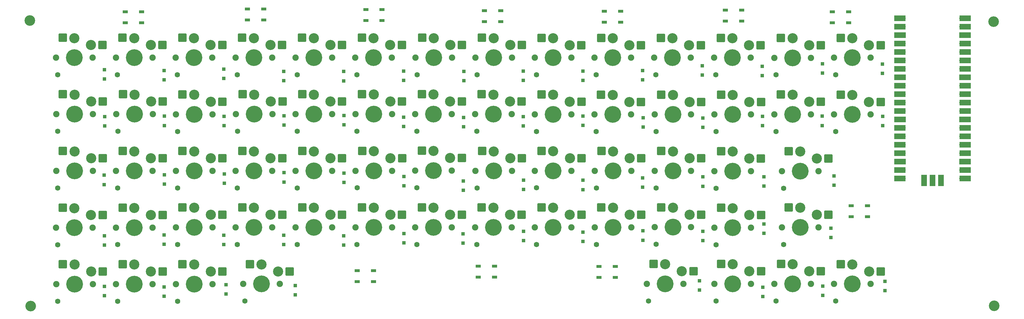
<source format=gbr>
%TF.GenerationSoftware,KiCad,Pcbnew,9.0.6*%
%TF.CreationDate,2025-12-29T14:25:08-05:00*%
%TF.ProjectId,keyboardepi pico,6b657962-6f61-4726-9465-706920706963,rev?*%
%TF.SameCoordinates,Original*%
%TF.FileFunction,Soldermask,Bot*%
%TF.FilePolarity,Negative*%
%FSLAX46Y46*%
G04 Gerber Fmt 4.6, Leading zero omitted, Abs format (unit mm)*
G04 Created by KiCad (PCBNEW 9.0.6) date 2025-12-29 14:25:08*
%MOMM*%
%LPD*%
G01*
G04 APERTURE LIST*
G04 Aperture macros list*
%AMRoundRect*
0 Rectangle with rounded corners*
0 $1 Rounding radius*
0 $2 $3 $4 $5 $6 $7 $8 $9 X,Y pos of 4 corners*
0 Add a 4 corners polygon primitive as box body*
4,1,4,$2,$3,$4,$5,$6,$7,$8,$9,$2,$3,0*
0 Add four circle primitives for the rounded corners*
1,1,$1+$1,$2,$3*
1,1,$1+$1,$4,$5*
1,1,$1+$1,$6,$7*
1,1,$1+$1,$8,$9*
0 Add four rect primitives between the rounded corners*
20,1,$1+$1,$2,$3,$4,$5,0*
20,1,$1+$1,$4,$5,$6,$7,0*
20,1,$1+$1,$6,$7,$8,$9,0*
20,1,$1+$1,$8,$9,$2,$3,0*%
G04 Aperture macros list end*
%ADD10C,1.900000*%
%ADD11C,1.600000*%
%ADD12C,3.050000*%
%ADD13C,5.050000*%
%ADD14RoundRect,0.250000X-1.025000X-1.000000X1.025000X-1.000000X1.025000X1.000000X-1.025000X1.000000X0*%
%ADD15RoundRect,0.250000X0.300000X-0.300000X0.300000X0.300000X-0.300000X0.300000X-0.300000X-0.300000X0*%
%ADD16C,3.200000*%
%ADD17RoundRect,0.090000X0.660000X0.360000X-0.660000X0.360000X-0.660000X-0.360000X0.660000X-0.360000X0*%
%ADD18O,1.700000X1.700000*%
%ADD19R,3.500000X1.700000*%
%ADD20R,1.700000X1.700000*%
%ADD21R,1.700000X3.500000*%
G04 APERTURE END LIST*
D10*
%TO.C,S41*%
X177000000Y-60000000D03*
D11*
X177500000Y-65150000D03*
D12*
X182500000Y-54100000D03*
D13*
X182500000Y-60000000D03*
D12*
X187500000Y-56200000D03*
D10*
X188000000Y-60000000D03*
D14*
X179000000Y-54000000D03*
X191000000Y-56200000D03*
%TD*%
D15*
%TO.C,D15*%
X263499600Y-30584600D03*
X263499600Y-27784600D03*
%TD*%
%TO.C,D31*%
X29413200Y-64087200D03*
X29413200Y-61287200D03*
%TD*%
%TO.C,D68*%
X208457800Y-95888000D03*
X208457800Y-93088000D03*
%TD*%
D10*
%TO.C,S24*%
X141000000Y-42900000D03*
D11*
X141500000Y-48050000D03*
D12*
X146500000Y-37000000D03*
D13*
X146500000Y-42900000D03*
D12*
X151500000Y-39100000D03*
D10*
X152000000Y-42900000D03*
D14*
X143000000Y-36900000D03*
X155000000Y-39100000D03*
%TD*%
D10*
%TO.C,S4*%
X68949000Y-25890000D03*
D11*
X69449000Y-31040000D03*
D12*
X74449000Y-19990000D03*
D13*
X74449000Y-25890000D03*
D12*
X79449000Y-22090000D03*
D10*
X79949000Y-25890000D03*
D14*
X70949000Y-19890000D03*
X82949000Y-22090000D03*
%TD*%
D10*
%TO.C,S15*%
X249000000Y-25900000D03*
D11*
X249500000Y-31050000D03*
D12*
X254500000Y-20000000D03*
D13*
X254500000Y-25900000D03*
D12*
X259500000Y-22100000D03*
D10*
X260000000Y-25900000D03*
D14*
X251000000Y-19900000D03*
X263000000Y-22100000D03*
%TD*%
D10*
%TO.C,S10*%
X176910000Y-25900000D03*
D11*
X177410000Y-31050000D03*
D12*
X182410000Y-20000000D03*
D13*
X182410000Y-25900000D03*
D12*
X187410000Y-22100000D03*
D10*
X187910000Y-25900000D03*
D14*
X178910000Y-19900000D03*
X190910000Y-22100000D03*
%TD*%
D15*
%TO.C,D12*%
X227406200Y-31245000D03*
X227406200Y-28445000D03*
%TD*%
D10*
%TO.C,S52*%
X105000000Y-77000000D03*
D11*
X105500000Y-82150000D03*
D12*
X110500000Y-71100000D03*
D13*
X110500000Y-77000000D03*
D12*
X115500000Y-73200000D03*
D10*
X116000000Y-77000000D03*
D14*
X107000000Y-71000000D03*
X119000000Y-73200000D03*
%TD*%
D15*
%TO.C,D7*%
X137591800Y-32769000D03*
X137591800Y-29969000D03*
%TD*%
D10*
%TO.C,S31*%
X15000000Y-60000000D03*
D11*
X15500000Y-65150000D03*
D12*
X20500000Y-54100000D03*
D13*
X20500000Y-60000000D03*
D12*
X25500000Y-56200000D03*
D10*
X26000000Y-60000000D03*
D14*
X17000000Y-54000000D03*
X29000000Y-56200000D03*
%TD*%
D15*
%TO.C,D37*%
X119557800Y-64493600D03*
X119557800Y-61693600D03*
%TD*%
D10*
%TO.C,S5*%
X86979000Y-25890000D03*
D11*
X87479000Y-31040000D03*
D12*
X92479000Y-19990000D03*
D13*
X92479000Y-25890000D03*
D12*
X97479000Y-22090000D03*
D10*
X97979000Y-25890000D03*
D14*
X88979000Y-19890000D03*
X100979000Y-22090000D03*
%TD*%
D10*
%TO.C,S58*%
X213000000Y-77100000D03*
D11*
X213500000Y-82250000D03*
D12*
X218500000Y-71200000D03*
D13*
X218500000Y-77100000D03*
D12*
X223500000Y-73300000D03*
D10*
X224000000Y-77100000D03*
D14*
X215000000Y-71100000D03*
X227000000Y-73300000D03*
%TD*%
D15*
%TO.C,D2*%
X47421800Y-32515000D03*
X47421800Y-29715000D03*
%TD*%
%TO.C,D5*%
X101498400Y-32845200D03*
X101498400Y-30045200D03*
%TD*%
D10*
%TO.C,S56*%
X176990000Y-77000000D03*
D11*
X177490000Y-82150000D03*
D12*
X182490000Y-71100000D03*
D13*
X182490000Y-77000000D03*
D12*
X187490000Y-73200000D03*
D10*
X187990000Y-77000000D03*
D14*
X178990000Y-71000000D03*
X190990000Y-73200000D03*
%TD*%
D15*
%TO.C,D63*%
X66116200Y-97031000D03*
X66116200Y-94231000D03*
%TD*%
D10*
%TO.C,S73*%
X213000000Y-94000000D03*
D11*
X213500000Y-99150000D03*
D12*
X218500000Y-88100000D03*
D13*
X218500000Y-94000000D03*
D12*
X223500000Y-90200000D03*
D10*
X224000000Y-94000000D03*
D14*
X215000000Y-88000000D03*
X227000000Y-90200000D03*
%TD*%
D10*
%TO.C,S22*%
X105000000Y-42850000D03*
D11*
X105500000Y-48000000D03*
D12*
X110500000Y-36950000D03*
D13*
X110500000Y-42850000D03*
D12*
X115500000Y-39050000D03*
D10*
X116000000Y-42850000D03*
D14*
X107000000Y-36850000D03*
X119000000Y-39050000D03*
%TD*%
D10*
%TO.C,S45*%
X233300000Y-60050000D03*
D11*
X233800000Y-65200000D03*
D12*
X238800000Y-54150000D03*
D13*
X238800000Y-60050000D03*
D12*
X243800000Y-56250000D03*
D10*
X244300000Y-60050000D03*
D14*
X235300000Y-54050000D03*
X247300000Y-56250000D03*
%TD*%
D10*
%TO.C,S75*%
X249010000Y-94050000D03*
D11*
X249510000Y-99200000D03*
D12*
X254510000Y-88150000D03*
D13*
X254510000Y-94050000D03*
D12*
X259510000Y-90250000D03*
D10*
X260010000Y-94050000D03*
D14*
X251010000Y-88050000D03*
X263010000Y-90250000D03*
%TD*%
D15*
%TO.C,D39*%
X155575000Y-65560400D03*
X155575000Y-62760400D03*
%TD*%
D10*
%TO.C,S34*%
X51000000Y-60000000D03*
D11*
X51500000Y-65150000D03*
D12*
X56500000Y-54100000D03*
D13*
X56500000Y-60000000D03*
D12*
X61500000Y-56200000D03*
D10*
X62000000Y-60000000D03*
D14*
X53000000Y-54000000D03*
X65000000Y-56200000D03*
%TD*%
D15*
%TO.C,D22*%
X119507000Y-46586600D03*
X119507000Y-43786600D03*
%TD*%
D10*
%TO.C,S42*%
X195000000Y-60000000D03*
D11*
X195500000Y-65150000D03*
D12*
X200500000Y-54100000D03*
D13*
X200500000Y-60000000D03*
D12*
X205500000Y-56200000D03*
D10*
X206000000Y-60000000D03*
D14*
X197000000Y-54000000D03*
X209000000Y-56200000D03*
%TD*%
D10*
%TO.C,S20*%
X69080000Y-42900000D03*
D11*
X69580000Y-48050000D03*
D12*
X74580000Y-37000000D03*
D13*
X74580000Y-42900000D03*
D12*
X79580000Y-39100000D03*
D10*
X80080000Y-42900000D03*
D14*
X71080000Y-36900000D03*
X83080000Y-39100000D03*
%TD*%
D15*
%TO.C,D75*%
X264287000Y-96065800D03*
X264287000Y-93265800D03*
%TD*%
%TO.C,D21*%
X101549200Y-46104000D03*
X101549200Y-43304000D03*
%TD*%
D16*
%TO.C,REF\u002A\u002A*%
X7035800Y-14706600D03*
%TD*%
D10*
%TO.C,S11*%
X194900000Y-25900000D03*
D11*
X195400000Y-31050000D03*
D12*
X200400000Y-20000000D03*
D13*
X200400000Y-25900000D03*
D12*
X205400000Y-22100000D03*
D10*
X205900000Y-25900000D03*
D14*
X196900000Y-19900000D03*
X208900000Y-22100000D03*
%TD*%
D15*
%TO.C,D24*%
X155473400Y-46437200D03*
X155473400Y-43637200D03*
%TD*%
%TO.C,D43*%
X227863400Y-64547400D03*
X227863400Y-61747400D03*
%TD*%
D10*
%TO.C,S62*%
X33000000Y-94100000D03*
D11*
X33500000Y-99250000D03*
D12*
X38500000Y-88200000D03*
D13*
X38500000Y-94100000D03*
D12*
X43500000Y-90300000D03*
D10*
X44000000Y-94100000D03*
D14*
X35000000Y-88100000D03*
X47000000Y-90300000D03*
%TD*%
D15*
%TO.C,D45*%
X248996200Y-64265000D03*
X248996200Y-61465000D03*
%TD*%
D10*
%TO.C,S53*%
X123000000Y-77000000D03*
D11*
X123500000Y-82150000D03*
D12*
X128500000Y-71100000D03*
D13*
X128500000Y-77000000D03*
D12*
X133500000Y-73200000D03*
D10*
X134000000Y-77000000D03*
D14*
X125000000Y-71000000D03*
X137000000Y-73200000D03*
%TD*%
D16*
%TO.C,REF\u002A\u002A*%
X296976800Y-14986000D03*
%TD*%
D15*
%TO.C,D11*%
X209346800Y-31095600D03*
X209346800Y-28295600D03*
%TD*%
%TO.C,D41*%
X191414400Y-64925400D03*
X191414400Y-62125400D03*
%TD*%
D10*
%TO.C,S46*%
X14980000Y-77100000D03*
D11*
X15480000Y-82250000D03*
D12*
X20480000Y-71200000D03*
D13*
X20480000Y-77100000D03*
D12*
X25480000Y-73300000D03*
D10*
X25980000Y-77100000D03*
D14*
X16980000Y-71100000D03*
X28980000Y-73300000D03*
%TD*%
D16*
%TO.C,REF\u002A\u002A*%
X7366000Y-100711000D03*
%TD*%
D10*
%TO.C,S50*%
X69000000Y-77000000D03*
D11*
X69500000Y-82150000D03*
D12*
X74500000Y-71100000D03*
D13*
X74500000Y-77000000D03*
D12*
X79500000Y-73200000D03*
D10*
X80000000Y-77000000D03*
D14*
X71000000Y-71000000D03*
X83000000Y-73200000D03*
%TD*%
D10*
%TO.C,S49*%
X51000000Y-77000000D03*
D11*
X51500000Y-82150000D03*
D12*
X56500000Y-71100000D03*
D13*
X56500000Y-77000000D03*
D12*
X61500000Y-73200000D03*
D10*
X62000000Y-77000000D03*
D14*
X53000000Y-71000000D03*
X65000000Y-73200000D03*
%TD*%
D15*
%TO.C,D120*%
X245440200Y-46307200D03*
X245440200Y-43507200D03*
%TD*%
%TO.C,D27*%
X209550000Y-46891400D03*
X209550000Y-44091400D03*
%TD*%
%TO.C,D34*%
X65582800Y-63680800D03*
X65582800Y-60880800D03*
%TD*%
%TO.C,D30*%
X263601200Y-46383400D03*
X263601200Y-43583400D03*
%TD*%
%TO.C,D26*%
X191541400Y-46764400D03*
X191541400Y-43964400D03*
%TD*%
%TO.C,D61*%
X29514800Y-97564400D03*
X29514800Y-94764400D03*
%TD*%
%TO.C,D40*%
X173456600Y-65611200D03*
X173456600Y-62811200D03*
%TD*%
D10*
%TO.C,S38*%
X123000000Y-59900000D03*
D11*
X123500000Y-65050000D03*
D12*
X128500000Y-54000000D03*
D13*
X128500000Y-59900000D03*
D12*
X133500000Y-56100000D03*
D10*
X134000000Y-59900000D03*
D14*
X125000000Y-53900000D03*
X137000000Y-56100000D03*
%TD*%
D15*
%TO.C,D6*%
X119507000Y-32743600D03*
X119507000Y-29943600D03*
%TD*%
%TO.C,D62*%
X47498000Y-97767600D03*
X47498000Y-94967600D03*
%TD*%
%TO.C,D36*%
X101523800Y-63477600D03*
X101523800Y-60677600D03*
%TD*%
D10*
%TO.C,S43*%
X212990000Y-60050000D03*
D11*
X213490000Y-65200000D03*
D12*
X218490000Y-54150000D03*
D13*
X218490000Y-60050000D03*
D12*
X223490000Y-56250000D03*
D10*
X223990000Y-60050000D03*
D14*
X214990000Y-54050000D03*
X226990000Y-56250000D03*
%TD*%
D10*
%TO.C,S6*%
X104979000Y-25890000D03*
D11*
X105479000Y-31040000D03*
D12*
X110479000Y-19990000D03*
D13*
X110479000Y-25890000D03*
D12*
X115479000Y-22090000D03*
D10*
X115979000Y-25890000D03*
D14*
X106979000Y-19890000D03*
X118979000Y-22090000D03*
%TD*%
D15*
%TO.C,D20*%
X83540600Y-46180200D03*
X83540600Y-43380200D03*
%TD*%
%TO.C,D54*%
X155575000Y-81003600D03*
X155575000Y-78203600D03*
%TD*%
D10*
%TO.C,S13*%
X231000000Y-25910000D03*
D11*
X231500000Y-31060000D03*
D12*
X236500000Y-20010000D03*
D13*
X236500000Y-25910000D03*
D12*
X241500000Y-22110000D03*
D10*
X242000000Y-25910000D03*
D14*
X233000000Y-19910000D03*
X245000000Y-22110000D03*
%TD*%
D15*
%TO.C,D33*%
X47523400Y-63960200D03*
X47523400Y-61160200D03*
%TD*%
D10*
%TO.C,S57*%
X195000000Y-76950000D03*
D11*
X195500000Y-82100000D03*
D12*
X200500000Y-71050000D03*
D13*
X200500000Y-76950000D03*
D12*
X205500000Y-73150000D03*
D10*
X206000000Y-76950000D03*
D14*
X197000000Y-70950000D03*
X209000000Y-73150000D03*
%TD*%
D10*
%TO.C,S61*%
X15000000Y-94100000D03*
D11*
X15500000Y-99250000D03*
D12*
X20500000Y-88200000D03*
D13*
X20500000Y-94100000D03*
D12*
X25500000Y-90300000D03*
D10*
X26000000Y-94100000D03*
D14*
X17000000Y-88100000D03*
X29000000Y-90300000D03*
%TD*%
D10*
%TO.C,S26*%
X176900000Y-43000000D03*
D11*
X177400000Y-48150000D03*
D12*
X182400000Y-37100000D03*
D13*
X182400000Y-43000000D03*
D12*
X187400000Y-39200000D03*
D10*
X187900000Y-43000000D03*
D14*
X178900000Y-37000000D03*
X190900000Y-39200000D03*
%TD*%
D10*
%TO.C,S23*%
X123000000Y-42850000D03*
D11*
X123500000Y-48000000D03*
D12*
X128500000Y-36950000D03*
D13*
X128500000Y-42850000D03*
D12*
X133500000Y-39050000D03*
D10*
X134000000Y-42850000D03*
D14*
X125000000Y-36850000D03*
X137000000Y-39050000D03*
%TD*%
D10*
%TO.C,S40*%
X159010000Y-59950000D03*
D11*
X159510000Y-65100000D03*
D12*
X164510000Y-54050000D03*
D13*
X164510000Y-59950000D03*
D12*
X169510000Y-56150000D03*
D10*
X170010000Y-59950000D03*
D14*
X161010000Y-53950000D03*
X173010000Y-56150000D03*
%TD*%
D15*
%TO.C,D55*%
X173456600Y-81257600D03*
X173456600Y-78457600D03*
%TD*%
D10*
%TO.C,S51*%
X87000000Y-77000000D03*
D11*
X87500000Y-82150000D03*
D12*
X92500000Y-71100000D03*
D13*
X92500000Y-77000000D03*
D12*
X97500000Y-73200000D03*
D10*
X98000000Y-77000000D03*
D14*
X89000000Y-71000000D03*
X101000000Y-73200000D03*
%TD*%
D15*
%TO.C,D28*%
X227457000Y-46383400D03*
X227457000Y-43583400D03*
%TD*%
D10*
%TO.C,S60*%
X233300000Y-77000000D03*
D11*
X233800000Y-82150000D03*
D12*
X238800000Y-71100000D03*
D13*
X238800000Y-77000000D03*
D12*
X243800000Y-73200000D03*
D10*
X244300000Y-77000000D03*
D14*
X235300000Y-71000000D03*
X247300000Y-73200000D03*
%TD*%
D15*
%TO.C,D50*%
X83439000Y-82172000D03*
X83439000Y-79372000D03*
%TD*%
%TO.C,D35*%
X83489800Y-63325200D03*
X83489800Y-60525200D03*
%TD*%
D10*
%TO.C,S63*%
X51000000Y-94100000D03*
D11*
X51500000Y-99250000D03*
D12*
X56500000Y-88200000D03*
D13*
X56500000Y-94100000D03*
D12*
X61500000Y-90300000D03*
D10*
X62000000Y-94100000D03*
D14*
X53000000Y-88100000D03*
X65000000Y-90300000D03*
%TD*%
D15*
%TO.C,D1*%
X29489400Y-32311800D03*
X29489400Y-29511800D03*
%TD*%
%TO.C,D18*%
X47523400Y-46310200D03*
X47523400Y-43510200D03*
%TD*%
%TO.C,D74*%
X245618000Y-97488200D03*
X245618000Y-94688200D03*
%TD*%
%TO.C,D3*%
X65405000Y-32159400D03*
X65405000Y-29359400D03*
%TD*%
D10*
%TO.C,S18*%
X33080000Y-42900000D03*
D11*
X33580000Y-48050000D03*
D12*
X38580000Y-37000000D03*
D13*
X38580000Y-42900000D03*
D12*
X43580000Y-39100000D03*
D10*
X44080000Y-42900000D03*
D14*
X35080000Y-36900000D03*
X47080000Y-39100000D03*
%TD*%
D15*
%TO.C,D13*%
X245491000Y-30486000D03*
X245491000Y-27686000D03*
%TD*%
%TO.C,D38*%
X137490200Y-65814400D03*
X137490200Y-63014400D03*
%TD*%
D10*
%TO.C,S28*%
X213000000Y-43000000D03*
D11*
X213500000Y-48150000D03*
D12*
X218500000Y-37100000D03*
D13*
X218500000Y-43000000D03*
D12*
X223500000Y-39200000D03*
D10*
X224000000Y-43000000D03*
D14*
X215000000Y-37000000D03*
X227000000Y-39200000D03*
%TD*%
D15*
%TO.C,D4*%
X83464400Y-32769000D03*
X83464400Y-29969000D03*
%TD*%
D10*
%TO.C,S37*%
X105050000Y-59950000D03*
D11*
X105550000Y-65100000D03*
D12*
X110550000Y-54050000D03*
D13*
X110550000Y-59950000D03*
D12*
X115550000Y-56150000D03*
D10*
X116050000Y-59950000D03*
D14*
X107050000Y-53950000D03*
X119050000Y-56150000D03*
%TD*%
D15*
%TO.C,D25*%
X173482000Y-46281800D03*
X173482000Y-43481800D03*
%TD*%
%TO.C,D58*%
X227888800Y-78743000D03*
X227888800Y-75943000D03*
%TD*%
%TO.C,D23*%
X137515600Y-46688200D03*
X137515600Y-43888200D03*
%TD*%
%TO.C,D57*%
X209524600Y-80952800D03*
X209524600Y-78152800D03*
%TD*%
%TO.C,D56*%
X191465200Y-80851200D03*
X191465200Y-78051200D03*
%TD*%
%TO.C,D52*%
X119557800Y-81638600D03*
X119557800Y-78838600D03*
%TD*%
%TO.C,D51*%
X101498400Y-82324400D03*
X101498400Y-79524400D03*
%TD*%
%TO.C,D60*%
X248005600Y-80063800D03*
X248005600Y-77263800D03*
%TD*%
D10*
%TO.C,S7*%
X123080000Y-25880000D03*
D11*
X123580000Y-31030000D03*
D12*
X128580000Y-19980000D03*
D13*
X128580000Y-25880000D03*
D12*
X133580000Y-22080000D03*
D10*
X134080000Y-25880000D03*
D14*
X125080000Y-19880000D03*
X137080000Y-22080000D03*
%TD*%
D10*
%TO.C,S33*%
X33010000Y-60000000D03*
D11*
X33510000Y-65150000D03*
D12*
X38510000Y-54100000D03*
D13*
X38510000Y-60000000D03*
D12*
X43510000Y-56200000D03*
D10*
X44010000Y-60000000D03*
D14*
X35010000Y-54000000D03*
X47010000Y-56200000D03*
%TD*%
D10*
%TO.C,S39*%
X141100000Y-60000000D03*
D11*
X141600000Y-65150000D03*
D12*
X146600000Y-54100000D03*
D13*
X146600000Y-60000000D03*
D12*
X151600000Y-56200000D03*
D10*
X152100000Y-60000000D03*
D14*
X143100000Y-54000000D03*
X155100000Y-56200000D03*
%TD*%
D10*
%TO.C,S17*%
X192706250Y-94000000D03*
D11*
X193206250Y-99150000D03*
D12*
X198206250Y-88100000D03*
D13*
X198206250Y-94000000D03*
D12*
X203206250Y-90200000D03*
D10*
X203706250Y-94000000D03*
D14*
X194706250Y-88000000D03*
X206706250Y-90200000D03*
%TD*%
D10*
%TO.C,S1*%
X14949000Y-25890000D03*
D11*
X15449000Y-31040000D03*
D12*
X20449000Y-19990000D03*
D13*
X20449000Y-25890000D03*
D12*
X25449000Y-22090000D03*
D10*
X25949000Y-25890000D03*
D14*
X16949000Y-19890000D03*
X28949000Y-22090000D03*
%TD*%
D10*
%TO.C,S30*%
X249000000Y-43000000D03*
D11*
X249500000Y-48150000D03*
D12*
X254500000Y-37100000D03*
D13*
X254500000Y-43000000D03*
D12*
X259500000Y-39200000D03*
D10*
X260000000Y-43000000D03*
D14*
X251000000Y-37000000D03*
X263000000Y-39200000D03*
%TD*%
D10*
%TO.C,S54*%
X141000000Y-77000000D03*
D11*
X141500000Y-82150000D03*
D12*
X146500000Y-71100000D03*
D13*
X146500000Y-77000000D03*
D12*
X151500000Y-73200000D03*
D10*
X152000000Y-77000000D03*
D14*
X143000000Y-71000000D03*
X155000000Y-73200000D03*
%TD*%
D10*
%TO.C,S14*%
X231000000Y-42950000D03*
D11*
X231500000Y-48100000D03*
D12*
X236500000Y-37050000D03*
D13*
X236500000Y-42950000D03*
D12*
X241500000Y-39150000D03*
D10*
X242000000Y-42950000D03*
D14*
X233000000Y-36950000D03*
X245000000Y-39150000D03*
%TD*%
D15*
%TO.C,D53*%
X137414000Y-81714800D03*
X137414000Y-78914800D03*
%TD*%
D10*
%TO.C,S29*%
X71243750Y-94050000D03*
D11*
X71743750Y-99200000D03*
D12*
X76743750Y-88150000D03*
D13*
X76743750Y-94050000D03*
D12*
X81743750Y-90250000D03*
D10*
X82243750Y-94050000D03*
D14*
X73243750Y-88050000D03*
X85243750Y-90250000D03*
%TD*%
D15*
%TO.C,D42*%
X209524600Y-64595200D03*
X209524600Y-61795200D03*
%TD*%
%TO.C,D9*%
X173456600Y-32718200D03*
X173456600Y-29918200D03*
%TD*%
%TO.C,D10*%
X191414400Y-32515000D03*
X191414400Y-29715000D03*
%TD*%
%TO.C,D73*%
X227533200Y-97818400D03*
X227533200Y-95018400D03*
%TD*%
D10*
%TO.C,S25*%
X159000000Y-42950000D03*
D11*
X159500000Y-48100000D03*
D12*
X164500000Y-37050000D03*
D13*
X164500000Y-42950000D03*
D12*
X169500000Y-39150000D03*
D10*
X170000000Y-42950000D03*
D14*
X161000000Y-36950000D03*
X173000000Y-39150000D03*
%TD*%
D15*
%TO.C,D46*%
X29514800Y-82349800D03*
X29514800Y-79549800D03*
%TD*%
D10*
%TO.C,S16*%
X15000000Y-42900000D03*
D11*
X15500000Y-48050000D03*
D12*
X20500000Y-37000000D03*
D13*
X20500000Y-42900000D03*
D12*
X25500000Y-39100000D03*
D10*
X26000000Y-42900000D03*
D14*
X17000000Y-36900000D03*
X29000000Y-39100000D03*
%TD*%
D10*
%TO.C,S48*%
X33010000Y-77050000D03*
D11*
X33510000Y-82200000D03*
D12*
X38510000Y-71150000D03*
D13*
X38510000Y-77050000D03*
D12*
X43510000Y-73250000D03*
D10*
X44010000Y-77050000D03*
D14*
X35010000Y-71050000D03*
X47010000Y-73250000D03*
%TD*%
D15*
%TO.C,D49*%
X65405000Y-82172000D03*
X65405000Y-79372000D03*
%TD*%
D10*
%TO.C,S3*%
X50959000Y-25890000D03*
D11*
X51459000Y-31040000D03*
D12*
X56459000Y-19990000D03*
D13*
X56459000Y-25890000D03*
D12*
X61459000Y-22090000D03*
D10*
X61959000Y-25890000D03*
D14*
X52959000Y-19890000D03*
X64959000Y-22090000D03*
%TD*%
D15*
%TO.C,D121*%
X86944200Y-97310400D03*
X86944200Y-94510400D03*
%TD*%
D10*
%TO.C,S12*%
X212900000Y-25900000D03*
D11*
X213400000Y-31050000D03*
D12*
X218400000Y-20000000D03*
D13*
X218400000Y-25900000D03*
D12*
X223400000Y-22100000D03*
D10*
X223900000Y-25900000D03*
D14*
X214900000Y-19900000D03*
X226900000Y-22100000D03*
%TD*%
D10*
%TO.C,S2*%
X32949000Y-25890000D03*
D11*
X33449000Y-31040000D03*
D12*
X38449000Y-19990000D03*
D13*
X38449000Y-25890000D03*
D12*
X43449000Y-22090000D03*
D10*
X43949000Y-25890000D03*
D14*
X34949000Y-19890000D03*
X46949000Y-22090000D03*
%TD*%
D15*
%TO.C,D16*%
X29565600Y-46434200D03*
X29565600Y-43634200D03*
%TD*%
D10*
%TO.C,S21*%
X87000000Y-42900000D03*
D11*
X87500000Y-48050000D03*
D12*
X92500000Y-37000000D03*
D13*
X92500000Y-42900000D03*
D12*
X97500000Y-39100000D03*
D10*
X98000000Y-42900000D03*
D14*
X89000000Y-36900000D03*
X101000000Y-39100000D03*
%TD*%
D10*
%TO.C,S27*%
X195000000Y-43000000D03*
D11*
X195500000Y-48150000D03*
D12*
X200500000Y-37100000D03*
D13*
X200500000Y-43000000D03*
D12*
X205500000Y-39200000D03*
D10*
X206000000Y-43000000D03*
D14*
X197000000Y-37000000D03*
X209000000Y-39200000D03*
%TD*%
D10*
%TO.C,S35*%
X69000000Y-60000000D03*
D11*
X69500000Y-65150000D03*
D12*
X74500000Y-54100000D03*
D13*
X74500000Y-60000000D03*
D12*
X79500000Y-56200000D03*
D10*
X80000000Y-60000000D03*
D14*
X71000000Y-54000000D03*
X83000000Y-56200000D03*
%TD*%
D10*
%TO.C,S74*%
X231010000Y-94000000D03*
D11*
X231510000Y-99150000D03*
D12*
X236510000Y-88100000D03*
D13*
X236510000Y-94000000D03*
D12*
X241510000Y-90200000D03*
D10*
X242010000Y-94000000D03*
D14*
X233010000Y-88000000D03*
X245010000Y-90200000D03*
%TD*%
D15*
%TO.C,D48*%
X47472600Y-82095800D03*
X47472600Y-79295800D03*
%TD*%
D10*
%TO.C,S36*%
X87000000Y-60000000D03*
D11*
X87500000Y-65150000D03*
D12*
X92500000Y-54100000D03*
D13*
X92500000Y-60000000D03*
D12*
X97500000Y-56200000D03*
D10*
X98000000Y-60000000D03*
D14*
X89000000Y-54000000D03*
X101000000Y-56200000D03*
%TD*%
D10*
%TO.C,S9*%
X158979000Y-25900000D03*
D11*
X159479000Y-31050000D03*
D12*
X164479000Y-20000000D03*
D13*
X164479000Y-25900000D03*
D12*
X169479000Y-22100000D03*
D10*
X169979000Y-25900000D03*
D14*
X160979000Y-19900000D03*
X172979000Y-22100000D03*
%TD*%
D15*
%TO.C,D19*%
X65506600Y-46332600D03*
X65506600Y-43532600D03*
%TD*%
D10*
%TO.C,S55*%
X159000000Y-77000000D03*
D11*
X159500000Y-82150000D03*
D12*
X164500000Y-71100000D03*
D13*
X164500000Y-77000000D03*
D12*
X169500000Y-73200000D03*
D10*
X170000000Y-77000000D03*
D14*
X161000000Y-71000000D03*
X173000000Y-73200000D03*
%TD*%
D16*
%TO.C,REF\u002A\u002A*%
X297180000Y-100609400D03*
%TD*%
D17*
%TO.C,D14*%
X40716200Y-12067000D03*
X40716200Y-15367000D03*
X35816200Y-15367000D03*
X35816200Y-12067000D03*
%TD*%
%TO.C,D17*%
X77444600Y-11252200D03*
X77444600Y-14552200D03*
X72544600Y-14552200D03*
X72544600Y-11252200D03*
%TD*%
%TO.C,D29*%
X113030000Y-11404600D03*
X113030000Y-14704600D03*
X108130000Y-14704600D03*
X108130000Y-11404600D03*
%TD*%
%TO.C,D44*%
X184785000Y-11889200D03*
X184785000Y-15189200D03*
X179885000Y-15189200D03*
X179885000Y-11889200D03*
%TD*%
%TO.C,D47*%
X221183200Y-11557000D03*
X221183200Y-14857000D03*
X216283200Y-14857000D03*
X216283200Y-11557000D03*
%TD*%
%TO.C,D64*%
X183210200Y-88747600D03*
X183210200Y-92047600D03*
X178310200Y-92047600D03*
X178310200Y-88747600D03*
%TD*%
%TO.C,D59*%
X253390400Y-12039600D03*
X253390400Y-15339600D03*
X248490400Y-15339600D03*
X248490400Y-12039600D03*
%TD*%
D18*
%TO.C,U1*%
X287496250Y-13970000D03*
D19*
X288396250Y-13970000D03*
D18*
X287496250Y-16510000D03*
D19*
X288396250Y-16510000D03*
D20*
X287496250Y-19050000D03*
D19*
X288396250Y-19050000D03*
D18*
X287496250Y-21590000D03*
D19*
X288396250Y-21590000D03*
D18*
X287496250Y-24130000D03*
D19*
X288396250Y-24130000D03*
D18*
X287496250Y-26670000D03*
D19*
X288396250Y-26670000D03*
D18*
X287496250Y-29210000D03*
D19*
X288396250Y-29210000D03*
D20*
X287496250Y-31750000D03*
D19*
X288396250Y-31750000D03*
D18*
X287496250Y-34290000D03*
D19*
X288396250Y-34290000D03*
D18*
X287496250Y-36830000D03*
D19*
X288396250Y-36830000D03*
D18*
X287496250Y-39370000D03*
D19*
X288396250Y-39370000D03*
D18*
X287496250Y-41910000D03*
D19*
X288396250Y-41910000D03*
D20*
X287496250Y-44450000D03*
D19*
X288396250Y-44450000D03*
D18*
X287496250Y-46990000D03*
D19*
X288396250Y-46990000D03*
D18*
X287496250Y-49530000D03*
D19*
X288396250Y-49530000D03*
D18*
X287496250Y-52070000D03*
D19*
X288396250Y-52070000D03*
D18*
X287496250Y-54610000D03*
D19*
X288396250Y-54610000D03*
D20*
X287496250Y-57150000D03*
D19*
X288396250Y-57150000D03*
D18*
X287496250Y-59690000D03*
D19*
X288396250Y-59690000D03*
D18*
X287496250Y-62230000D03*
D19*
X288396250Y-62230000D03*
D18*
X269716250Y-62230000D03*
D19*
X268816250Y-62230000D03*
D18*
X269716250Y-59690000D03*
D19*
X268816250Y-59690000D03*
D20*
X269716250Y-57150000D03*
D19*
X268816250Y-57150000D03*
D18*
X269716250Y-54610000D03*
D19*
X268816250Y-54610000D03*
D18*
X269716250Y-52070000D03*
D19*
X268816250Y-52070000D03*
D18*
X269716250Y-49530000D03*
D19*
X268816250Y-49530000D03*
D18*
X269716250Y-46990000D03*
D19*
X268816250Y-46990000D03*
D20*
X269716250Y-44450000D03*
D19*
X268816250Y-44450000D03*
D18*
X269716250Y-41910000D03*
D19*
X268816250Y-41910000D03*
D18*
X269716250Y-39370000D03*
D19*
X268816250Y-39370000D03*
D18*
X269716250Y-36830000D03*
D19*
X268816250Y-36830000D03*
D18*
X269716250Y-34290000D03*
D19*
X268816250Y-34290000D03*
D20*
X269716250Y-31750000D03*
D19*
X268816250Y-31750000D03*
D18*
X269716250Y-29210000D03*
D19*
X268816250Y-29210000D03*
D18*
X269716250Y-26670000D03*
D19*
X268816250Y-26670000D03*
D18*
X269716250Y-24130000D03*
D19*
X268816250Y-24130000D03*
D18*
X269716250Y-21590000D03*
D19*
X268816250Y-21590000D03*
D20*
X269716250Y-19050000D03*
D19*
X268816250Y-19050000D03*
D18*
X269716250Y-16510000D03*
D19*
X268816250Y-16510000D03*
D18*
X269716250Y-13970000D03*
D19*
X268816250Y-13970000D03*
D18*
X281146250Y-62000000D03*
D21*
X281146250Y-62900000D03*
D20*
X278606250Y-62000000D03*
D21*
X278606250Y-62900000D03*
D18*
X276066250Y-62000000D03*
D21*
X276066250Y-62900000D03*
%TD*%
D17*
%TO.C,D32*%
X148691600Y-11709400D03*
X148691600Y-15009400D03*
X143791600Y-15009400D03*
X143791600Y-11709400D03*
%TD*%
%TO.C,D67*%
X259054600Y-70510400D03*
X259054600Y-73810400D03*
X254154600Y-73810400D03*
X254154600Y-70510400D03*
%TD*%
%TO.C,D65*%
X146862800Y-88673400D03*
X146862800Y-91973400D03*
X141962800Y-91973400D03*
X141962800Y-88673400D03*
%TD*%
%TO.C,D66*%
X110413800Y-90045000D03*
X110413800Y-93345000D03*
X105513800Y-93345000D03*
X105513800Y-90045000D03*
%TD*%
D10*
%TO.C,S19*%
X51000000Y-42950000D03*
D11*
X51500000Y-48100000D03*
D12*
X56500000Y-37050000D03*
D13*
X56500000Y-42950000D03*
D12*
X61500000Y-39150000D03*
D10*
X62000000Y-42950000D03*
D14*
X53000000Y-36950000D03*
X65000000Y-39150000D03*
%TD*%
D15*
%TO.C,D8*%
X155524200Y-32743600D03*
X155524200Y-29943600D03*
%TD*%
D10*
%TO.C,S8*%
X141079000Y-25890000D03*
D11*
X141579000Y-31040000D03*
D12*
X146579000Y-19990000D03*
D13*
X146579000Y-25890000D03*
D12*
X151579000Y-22090000D03*
D10*
X152079000Y-25890000D03*
D14*
X143079000Y-19890000D03*
X155079000Y-22090000D03*
%TD*%
M02*

</source>
